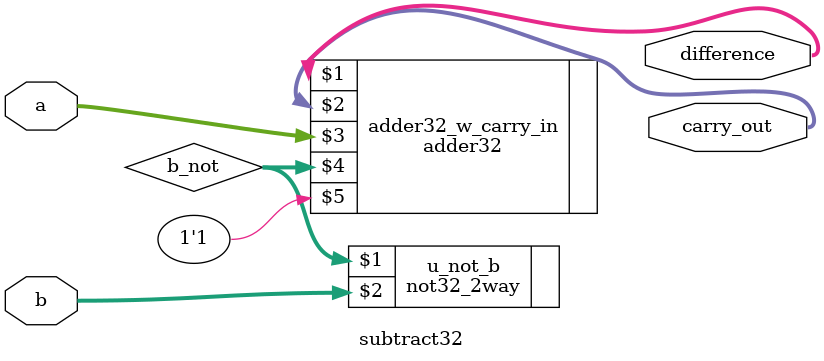
<source format=v>
module subtract32 (
	output [31:0] difference, carry_out,  
	input [31:0] a, b
);

	wire [31:0] b_not;
	wire carry_in;

	not32_2way u_not_b(b_not, b);

	adder32 adder32_w_carry_in(difference, carry_out, a, b_not, 1'b1);

endmodule
</source>
